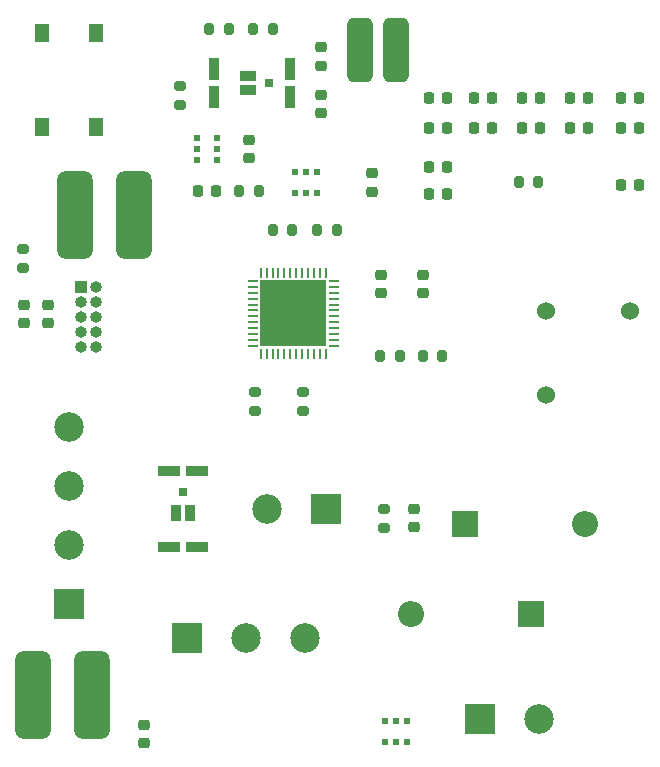
<source format=gbr>
%TF.GenerationSoftware,KiCad,Pcbnew,(6.0.8)*%
%TF.CreationDate,2023-02-22T01:01:07+01:00*%
%TF.ProjectId,EECD-22-7,45454344-2d32-4322-9d37-2e6b69636164,rev?*%
%TF.SameCoordinates,Original*%
%TF.FileFunction,Soldermask,Top*%
%TF.FilePolarity,Negative*%
%FSLAX46Y46*%
G04 Gerber Fmt 4.6, Leading zero omitted, Abs format (unit mm)*
G04 Created by KiCad (PCBNEW (6.0.8)) date 2023-02-22 01:01:07*
%MOMM*%
%LPD*%
G01*
G04 APERTURE LIST*
G04 Aperture macros list*
%AMRoundRect*
0 Rectangle with rounded corners*
0 $1 Rounding radius*
0 $2 $3 $4 $5 $6 $7 $8 $9 X,Y pos of 4 corners*
0 Add a 4 corners polygon primitive as box body*
4,1,4,$2,$3,$4,$5,$6,$7,$8,$9,$2,$3,0*
0 Add four circle primitives for the rounded corners*
1,1,$1+$1,$2,$3*
1,1,$1+$1,$4,$5*
1,1,$1+$1,$6,$7*
1,1,$1+$1,$8,$9*
0 Add four rect primitives between the rounded corners*
20,1,$1+$1,$2,$3,$4,$5,0*
20,1,$1+$1,$4,$5,$6,$7,0*
20,1,$1+$1,$6,$7,$8,$9,0*
20,1,$1+$1,$8,$9,$2,$3,0*%
G04 Aperture macros list end*
%ADD10R,2.500000X2.500000*%
%ADD11C,2.500000*%
%ADD12RoundRect,0.225000X-0.250000X0.225000X-0.250000X-0.225000X0.250000X-0.225000X0.250000X0.225000X0*%
%ADD13R,2.200000X2.200000*%
%ADD14O,2.200000X2.200000*%
%ADD15RoundRect,0.225000X-0.225000X-0.250000X0.225000X-0.250000X0.225000X0.250000X-0.225000X0.250000X0*%
%ADD16RoundRect,0.225000X0.250000X-0.225000X0.250000X0.225000X-0.250000X0.225000X-0.250000X-0.225000X0*%
%ADD17R,1.000000X1.000000*%
%ADD18O,1.000000X1.000000*%
%ADD19RoundRect,0.200000X-0.200000X-0.275000X0.200000X-0.275000X0.200000X0.275000X-0.200000X0.275000X0*%
%ADD20RoundRect,0.200000X0.200000X0.275000X-0.200000X0.275000X-0.200000X-0.275000X0.200000X-0.275000X0*%
%ADD21C,1.524000*%
%ADD22RoundRect,0.200000X0.275000X-0.200000X0.275000X0.200000X-0.275000X0.200000X-0.275000X-0.200000X0*%
%ADD23RoundRect,0.225000X0.225000X0.250000X-0.225000X0.250000X-0.225000X-0.250000X0.225000X-0.250000X0*%
%ADD24RoundRect,0.750000X0.750000X3.000000X-0.750000X3.000000X-0.750000X-3.000000X0.750000X-3.000000X0*%
%ADD25R,1.300000X1.550000*%
%ADD26R,0.500000X0.625000*%
%ADD27RoundRect,0.537500X0.537500X2.212500X-0.537500X2.212500X-0.537500X-2.212500X0.537500X-2.212500X0*%
%ADD28RoundRect,0.062500X0.062500X-0.375000X0.062500X0.375000X-0.062500X0.375000X-0.062500X-0.375000X0*%
%ADD29RoundRect,0.062500X0.375000X-0.062500X0.375000X0.062500X-0.375000X0.062500X-0.375000X-0.062500X0*%
%ADD30R,5.600000X5.600000*%
%ADD31R,0.625000X0.500000*%
%ADD32RoundRect,0.200000X-0.275000X0.200000X-0.275000X-0.200000X0.275000X-0.200000X0.275000X0.200000X0*%
%ADD33R,0.900000X1.850000*%
%ADD34R,0.750000X0.750000*%
%ADD35R,1.450000X0.870000*%
%ADD36R,1.850000X0.900000*%
%ADD37R,0.870000X1.450000*%
G04 APERTURE END LIST*
D10*
%TO.C,J3*%
X131866000Y-145034000D03*
D11*
X136866000Y-145034000D03*
%TD*%
D12*
%TO.C,C7*%
X95250000Y-109969000D03*
X95250000Y-111519000D03*
%TD*%
D13*
%TO.C,D1*%
X136144000Y-136144000D03*
D14*
X125984000Y-136144000D03*
%TD*%
D15*
%TO.C,C20*%
X127508000Y-94996000D03*
X129058000Y-94996000D03*
%TD*%
D16*
%TO.C,C15*%
X127000000Y-108979000D03*
X127000000Y-107429000D03*
%TD*%
D15*
%TO.C,C17*%
X107937000Y-100330000D03*
X109487000Y-100330000D03*
%TD*%
D17*
%TO.C,J4*%
X98017000Y-108448000D03*
D18*
X99287000Y-108448000D03*
X98017000Y-109718000D03*
X99287000Y-109718000D03*
X98017000Y-110988000D03*
X99287000Y-110988000D03*
X98017000Y-112258000D03*
X99287000Y-112258000D03*
X98017000Y-113528000D03*
X99287000Y-113528000D03*
%TD*%
D15*
%TO.C,C23*%
X131318000Y-94996000D03*
X132868000Y-94996000D03*
%TD*%
D19*
%TO.C,R5*%
X118047000Y-103632000D03*
X119697000Y-103632000D03*
%TD*%
D20*
%TO.C,R1*%
X125031000Y-114300000D03*
X123381000Y-114300000D03*
%TD*%
D21*
%TO.C,U1*%
X144505000Y-110511000D03*
X137435000Y-110511000D03*
X137435000Y-117581000D03*
%TD*%
D19*
%TO.C,R10*%
X135128000Y-99568000D03*
X136778000Y-99568000D03*
%TD*%
D22*
%TO.C,R11*%
X112776000Y-118935000D03*
X112776000Y-117285000D03*
%TD*%
D20*
%TO.C,R13*%
X110553000Y-86614000D03*
X108903000Y-86614000D03*
%TD*%
D16*
%TO.C,C18*%
X118364000Y-89688000D03*
X118364000Y-88138000D03*
%TD*%
D23*
%TO.C,C9*%
X145301000Y-99822000D03*
X143751000Y-99822000D03*
%TD*%
D24*
%TO.C,L2*%
X102576000Y-102362000D03*
X97576000Y-102362000D03*
%TD*%
D15*
%TO.C,C4*%
X139446000Y-92456000D03*
X140996000Y-92456000D03*
%TD*%
%TO.C,C2*%
X135382000Y-94996000D03*
X136932000Y-94996000D03*
%TD*%
D13*
%TO.C,D2*%
X130556000Y-128524000D03*
D14*
X140716000Y-128524000D03*
%TD*%
D15*
%TO.C,C13*%
X127482000Y-92456000D03*
X129032000Y-92456000D03*
%TD*%
D25*
%TO.C,SW1*%
X94778000Y-94907000D03*
X94778000Y-86957000D03*
X99278000Y-94907000D03*
X99278000Y-86957000D03*
%TD*%
D16*
%TO.C,C10*%
X112268000Y-97549000D03*
X112268000Y-95999000D03*
%TD*%
D15*
%TO.C,C21*%
X127495000Y-98298000D03*
X129045000Y-98298000D03*
%TD*%
D19*
%TO.C,R9*%
X127000000Y-114300000D03*
X128650000Y-114300000D03*
%TD*%
D16*
%TO.C,C6*%
X122682000Y-100356000D03*
X122682000Y-98806000D03*
%TD*%
D26*
%TO.C,U7*%
X118044000Y-98693000D03*
X117094000Y-98693000D03*
X116144000Y-98693000D03*
X116144000Y-100443000D03*
X117094000Y-100443000D03*
X118044000Y-100443000D03*
%TD*%
D27*
%TO.C,L1*%
X124690000Y-88392000D03*
X121690000Y-88392000D03*
%TD*%
D22*
%TO.C,R6*%
X93140000Y-106857000D03*
X93140000Y-105207000D03*
%TD*%
D26*
%TO.C,U9*%
X125664000Y-145175000D03*
X124714000Y-145175000D03*
X123764000Y-145175000D03*
X123764000Y-146925000D03*
X124714000Y-146925000D03*
X125664000Y-146925000D03*
%TD*%
D22*
%TO.C,R7*%
X106426000Y-93027000D03*
X106426000Y-91377000D03*
%TD*%
D15*
%TO.C,C1*%
X139433000Y-94996000D03*
X140983000Y-94996000D03*
%TD*%
D28*
%TO.C,U10*%
X113266000Y-114113500D03*
X113766000Y-114113500D03*
X114266000Y-114113500D03*
X114766000Y-114113500D03*
X115266000Y-114113500D03*
X115766000Y-114113500D03*
X116266000Y-114113500D03*
X116766000Y-114113500D03*
X117266000Y-114113500D03*
X117766000Y-114113500D03*
X118266000Y-114113500D03*
X118766000Y-114113500D03*
D29*
X119453500Y-113426000D03*
X119453500Y-112926000D03*
X119453500Y-112426000D03*
X119453500Y-111926000D03*
X119453500Y-111426000D03*
X119453500Y-110926000D03*
X119453500Y-110426000D03*
X119453500Y-109926000D03*
X119453500Y-109426000D03*
X119453500Y-108926000D03*
X119453500Y-108426000D03*
X119453500Y-107926000D03*
D28*
X118766000Y-107238500D03*
X118266000Y-107238500D03*
X117766000Y-107238500D03*
X117266000Y-107238500D03*
X116766000Y-107238500D03*
X116266000Y-107238500D03*
X115766000Y-107238500D03*
X115266000Y-107238500D03*
X114766000Y-107238500D03*
X114266000Y-107238500D03*
X113766000Y-107238500D03*
X113266000Y-107238500D03*
D29*
X112578500Y-107926000D03*
X112578500Y-108426000D03*
X112578500Y-108926000D03*
X112578500Y-109426000D03*
X112578500Y-109926000D03*
X112578500Y-110426000D03*
X112578500Y-110926000D03*
X112578500Y-111426000D03*
X112578500Y-111926000D03*
X112578500Y-112426000D03*
X112578500Y-112926000D03*
X112578500Y-113426000D03*
D30*
X116016000Y-110676000D03*
%TD*%
D10*
%TO.C,J1*%
X107014000Y-138176000D03*
D11*
X112014000Y-138176000D03*
X117014000Y-138176000D03*
%TD*%
D15*
%TO.C,C3*%
X135369000Y-92456000D03*
X136919000Y-92456000D03*
%TD*%
D31*
%TO.C,U8*%
X107837000Y-95824000D03*
X107837000Y-96774000D03*
X107837000Y-97724000D03*
X109587000Y-97724000D03*
X109587000Y-96774000D03*
X109587000Y-95824000D03*
%TD*%
D24*
%TO.C,L3*%
X99020000Y-143002000D03*
X94020000Y-143002000D03*
%TD*%
D20*
%TO.C,R12*%
X114300000Y-86614000D03*
X112650000Y-86614000D03*
%TD*%
D23*
%TO.C,C16*%
X145301000Y-94996000D03*
X143751000Y-94996000D03*
%TD*%
D12*
%TO.C,C22*%
X123444000Y-107429000D03*
X123444000Y-108979000D03*
%TD*%
D22*
%TO.C,R2*%
X123698000Y-128841000D03*
X123698000Y-127191000D03*
%TD*%
D16*
%TO.C,C14*%
X103378000Y-147079000D03*
X103378000Y-145529000D03*
%TD*%
D12*
%TO.C,C11*%
X93218000Y-109969000D03*
X93218000Y-111519000D03*
%TD*%
D23*
%TO.C,C8*%
X145301000Y-92456000D03*
X143751000Y-92456000D03*
%TD*%
D16*
%TO.C,C24*%
X118364000Y-93726000D03*
X118364000Y-92176000D03*
%TD*%
D10*
%TO.C,J5*%
X118832000Y-127254000D03*
D11*
X113832000Y-127254000D03*
%TD*%
D32*
%TO.C,R3*%
X116840000Y-117285000D03*
X116840000Y-118935000D03*
%TD*%
D19*
%TO.C,R8*%
X111443000Y-100330000D03*
X113093000Y-100330000D03*
%TD*%
%TO.C,R4*%
X114300000Y-103632000D03*
X115950000Y-103632000D03*
%TD*%
D12*
%TO.C,C5*%
X126238000Y-127228000D03*
X126238000Y-128778000D03*
%TD*%
D15*
%TO.C,C19*%
X127495000Y-100584000D03*
X129045000Y-100584000D03*
%TD*%
D33*
%TO.C,Q1*%
X109322000Y-92361000D03*
X115722000Y-92361000D03*
X109322000Y-90011000D03*
X115722000Y-90011000D03*
D34*
X113972000Y-91186000D03*
D35*
X112222000Y-91796000D03*
X112222000Y-90576000D03*
%TD*%
D10*
%TO.C,J2*%
X97028000Y-135262000D03*
D11*
X97028000Y-130262000D03*
X97028000Y-125262000D03*
X97028000Y-120262000D03*
%TD*%
D36*
%TO.C,Q2*%
X107855000Y-130454000D03*
X105505000Y-124054000D03*
X107855000Y-124054000D03*
X105505000Y-130454000D03*
D34*
X106680000Y-125804000D03*
D37*
X107290000Y-127554000D03*
X106070000Y-127554000D03*
%TD*%
D15*
%TO.C,C12*%
X131331000Y-92456000D03*
X132881000Y-92456000D03*
%TD*%
M02*

</source>
